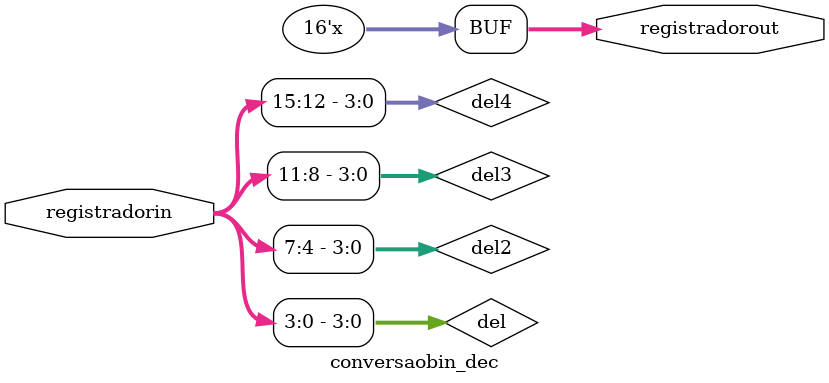
<source format=v>
module conversaobin_dec(registradorin, registradorout);
	input [15:0] registradorin;
	output [15:0]registradorout;
	reg [15:0]registradorout;
	reg[3:0] del;
	reg[3:0] del2;
	reg[3:0] del3;
	reg[3:0] del4;
	
	always @(*) begin
		del <= registradorin[3:0];
		del2 <= registradorin[7:4];
		del3 <= registradorin[11:8];
		del4 <= registradorin[15:12];
		registradorout <= del + (del2*10) + (del3*100) + (del4*1000);
	end
	
endmodule

</source>
